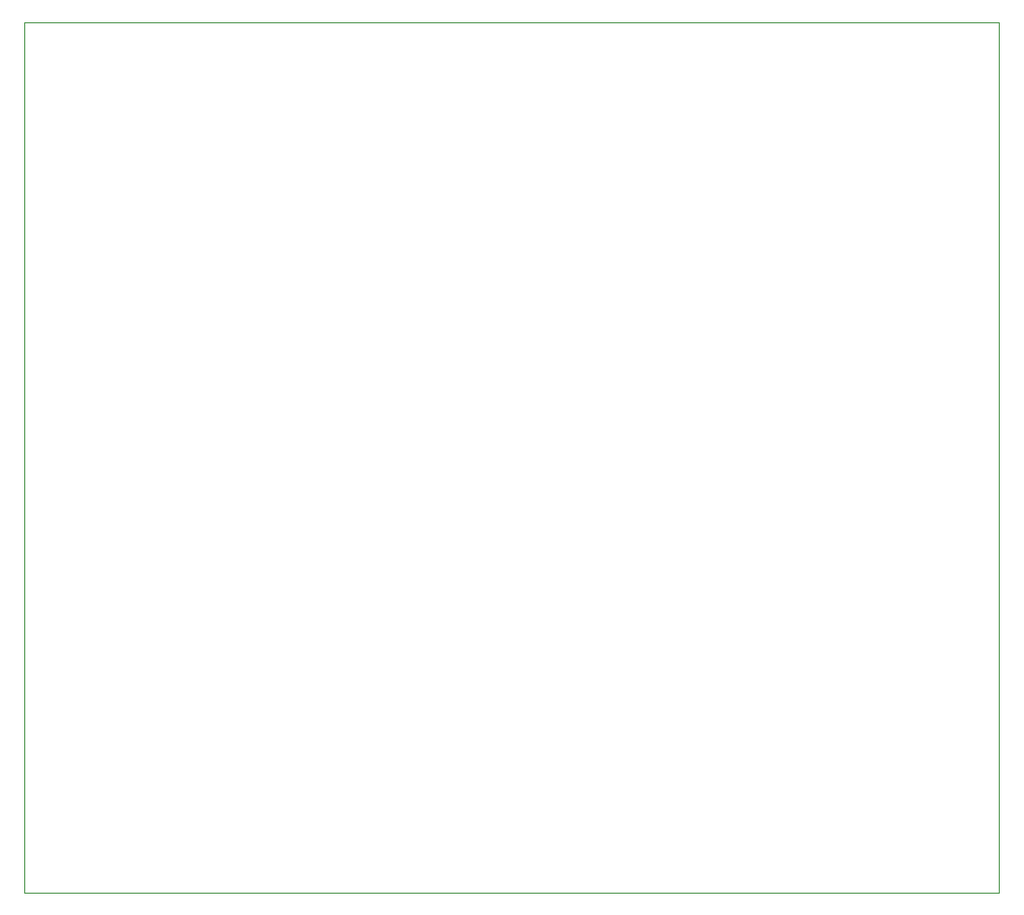
<source format=gbr>
%TF.GenerationSoftware,KiCad,Pcbnew,9.0.7*%
%TF.CreationDate,2026-02-23T21:28:53+11:00*%
%TF.ProjectId,esphome-sensor,65737068-6f6d-4652-9d73-656e736f722e,rev?*%
%TF.SameCoordinates,Original*%
%TF.FileFunction,Profile,NP*%
%FSLAX46Y46*%
G04 Gerber Fmt 4.6, Leading zero omitted, Abs format (unit mm)*
G04 Created by KiCad (PCBNEW 9.0.7) date 2026-02-23 21:28:53*
%MOMM*%
%LPD*%
G01*
G04 APERTURE LIST*
%TA.AperFunction,Profile*%
%ADD10C,0.050000*%
%TD*%
G04 APERTURE END LIST*
D10*
X46000000Y-122000000D02*
X131000000Y-122000000D01*
X46000000Y-46000000D02*
X46000000Y-122000000D01*
X131000000Y-46000000D02*
X131000000Y-122000000D01*
X46000000Y-46000000D02*
X131000000Y-46000000D01*
M02*

</source>
